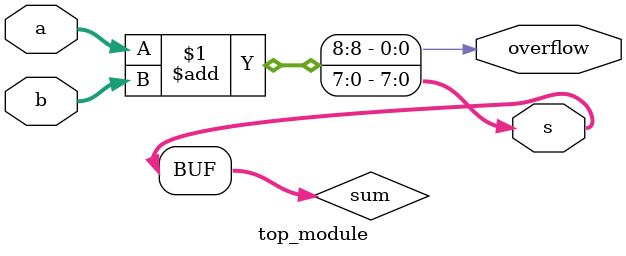
<source format=sv>
module top_module (
	input [7:0] a,
	input [7:0] b,
	output [7:0] s,
	output overflow
);

	// Wire to store the sum of a and b
	wire [7:0] sum;
	// Wire to store the overflow value
	wire overflow;

	// Assign sum and overflow using full-adder
	assign {overflow,sum} = a + b;

	// Output assignments
	assign s = sum;
	assign overflow = overflow;

endmodule

</source>
